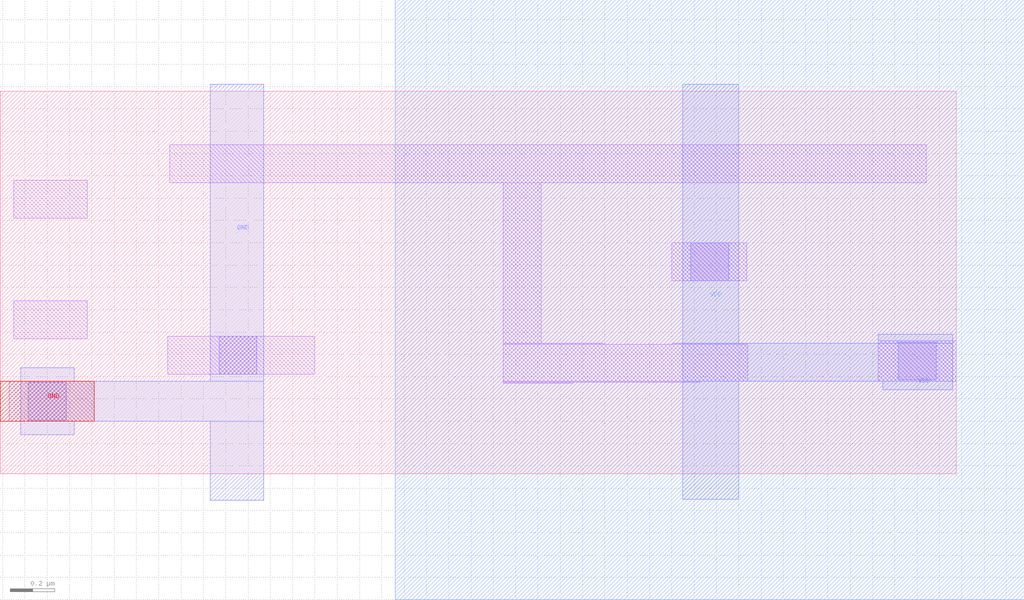
<source format=lef>
# Copyright 2020 The SkyWater PDK Authors
#
# Licensed under the Apache License, Version 2.0 (the "License");
# you may not use this file except in compliance with the License.
# You may obtain a copy of the License at
#
#     https://www.apache.org/licenses/LICENSE-2.0
#
# Unless required by applicable law or agreed to in writing, software
# distributed under the License is distributed on an "AS IS" BASIS,
# WITHOUT WARRANTIES OR CONDITIONS OF ANY KIND, either express or implied.
# See the License for the specific language governing permissions and
# limitations under the License.
#
# SPDX-License-Identifier: Apache-2.0

VERSION 5.7 ;
  NOWIREEXTENSIONATPIN ON ;
  DIVIDERCHAR "/" ;
  BUSBITCHARS "[]" ;
MACRO sky130_fd_bd_sram__openram_nand2_dec
  CLASS BLOCK ;
  FOREIGN sky130_fd_bd_sram__openram_nand2_dec ;
  ORIGIN -0.290000 -0.265000 ;
  SIZE  4.285000 BY  1.715000 ;
  PIN GND
    ANTENNADIFFAREA  0.297600 ;
    PORT
      LAYER met1 ;
        RECT 0.380000 0.440000 0.620000 0.500000 ;
        RECT 0.380000 0.500000 1.470000 0.680000 ;
        RECT 0.380000 0.680000 0.620000 0.740000 ;
        RECT 1.230000 0.145000 1.470000 0.500000 ;
        RECT 1.230000 0.680000 1.470000 2.010000 ;
      LAYER pwell ;
        RECT 0.290000 0.500000 0.710000 0.680000 ;
    END
  END GND
  PIN VDD
    ANTENNADIFFAREA  0.415800 ;
    PORT
      LAYER met1 ;
        RECT 3.350000 0.150000 3.600000 0.680000 ;
        RECT 3.350000 0.680000 4.560000 0.850000 ;
        RECT 3.350000 0.850000 3.600000 2.010000 ;
        RECT 4.225000 0.850000 4.560000 0.890000 ;
        RECT 4.245000 0.640000 4.560000 0.680000 ;
      LAYER nwell ;
        RECT 2.060000 -0.300000 4.880000 2.390000 ;
    END
  END VDD
  OBS
    LAYER li1 ;
      RECT 0.330000 0.500000 0.710000 0.680000 ;
      RECT 0.350000 0.870000 0.680000 1.040000 ;
      RECT 0.350000 1.410000 0.680000 1.580000 ;
      RECT 1.040000 0.710000 1.700000 0.880000 ;
      RECT 1.050000 1.570000 4.440000 1.740000 ;
      RECT 2.545000 0.670000 2.860000 0.675000 ;
      RECT 2.545000 0.675000 3.425000 0.680000 ;
      RECT 2.545000 0.680000 3.640000 0.845000 ;
      RECT 2.545000 0.845000 2.990000 0.850000 ;
      RECT 2.545000 0.850000 2.715000 1.570000 ;
      RECT 3.300000 0.845000 3.640000 0.850000 ;
      RECT 3.300000 1.130000 3.635000 1.300000 ;
      RECT 4.225000 0.680000 4.575000 0.860000 ;
    LAYER mcon ;
      RECT 0.415000 0.505000 0.585000 0.675000 ;
      RECT 1.270000 0.710000 1.440000 0.880000 ;
      RECT 3.385000 1.130000 3.555000 1.300000 ;
      RECT 4.315000 0.685000 4.485000 0.855000 ;
  END
END sky130_fd_bd_sram__openram_nand2_dec
END LIBRARY

</source>
